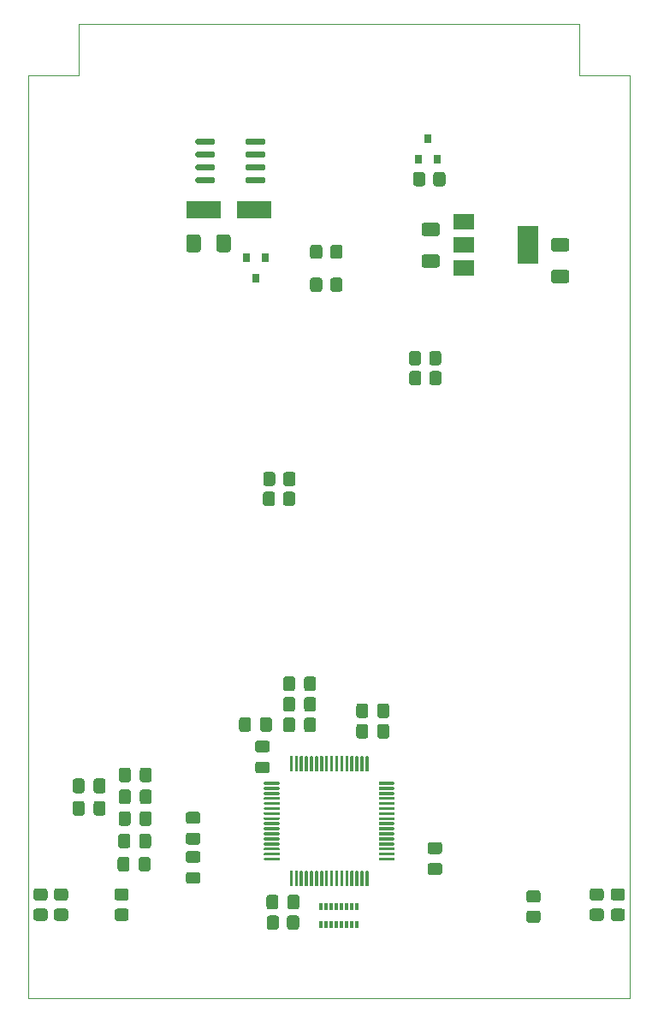
<source format=gbr>
%TF.GenerationSoftware,KiCad,Pcbnew,(5.1.7)-1*%
%TF.CreationDate,2021-10-21T20:17:54-07:00*%
%TF.ProjectId,Digital Board Rev 2,44696769-7461-46c2-9042-6f6172642052,rev?*%
%TF.SameCoordinates,Original*%
%TF.FileFunction,Paste,Bot*%
%TF.FilePolarity,Positive*%
%FSLAX46Y46*%
G04 Gerber Fmt 4.6, Leading zero omitted, Abs format (unit mm)*
G04 Created by KiCad (PCBNEW (5.1.7)-1) date 2021-10-21 20:17:54*
%MOMM*%
%LPD*%
G01*
G04 APERTURE LIST*
%TA.AperFunction,Profile*%
%ADD10C,0.050000*%
%TD*%
%ADD11R,0.300000X0.800000*%
%ADD12R,3.500000X1.800000*%
%ADD13R,2.000000X1.500000*%
%ADD14R,2.000000X3.800000*%
%ADD15R,0.800000X0.900000*%
G04 APERTURE END LIST*
D10*
X177750000Y-40750000D02*
X182750000Y-40750000D01*
X177750000Y-35750000D02*
X177750000Y-40750000D01*
X128250000Y-40750000D02*
X128250000Y-35750000D01*
X123250000Y-40750000D02*
X128250000Y-40750000D01*
X182750000Y-40750000D02*
X182750000Y-132080000D01*
X128250000Y-35750000D02*
X177750000Y-35750000D01*
X123250000Y-132080000D02*
X123250000Y-40750000D01*
X182750000Y-132080000D02*
X123250000Y-132080000D01*
%TO.C,F1*%
G36*
G01*
X141872000Y-58029000D02*
X141872000Y-56779000D01*
G75*
G02*
X142122000Y-56529000I250000J0D01*
G01*
X143047000Y-56529000D01*
G75*
G02*
X143297000Y-56779000I0J-250000D01*
G01*
X143297000Y-58029000D01*
G75*
G02*
X143047000Y-58279000I-250000J0D01*
G01*
X142122000Y-58279000D01*
G75*
G02*
X141872000Y-58029000I0J250000D01*
G01*
G37*
G36*
G01*
X138897000Y-58029000D02*
X138897000Y-56779000D01*
G75*
G02*
X139147000Y-56529000I250000J0D01*
G01*
X140072000Y-56529000D01*
G75*
G02*
X140322000Y-56779000I0J-250000D01*
G01*
X140322000Y-58029000D01*
G75*
G02*
X140072000Y-58279000I-250000J0D01*
G01*
X139147000Y-58279000D01*
G75*
G02*
X138897000Y-58029000I0J250000D01*
G01*
G37*
%TD*%
%TO.C,C17*%
G36*
G01*
X133386500Y-113825000D02*
X133386500Y-114775000D01*
G75*
G02*
X133136500Y-115025000I-250000J0D01*
G01*
X132461500Y-115025000D01*
G75*
G02*
X132211500Y-114775000I0J250000D01*
G01*
X132211500Y-113825000D01*
G75*
G02*
X132461500Y-113575000I250000J0D01*
G01*
X133136500Y-113575000D01*
G75*
G02*
X133386500Y-113825000I0J-250000D01*
G01*
G37*
G36*
G01*
X135461500Y-113825000D02*
X135461500Y-114775000D01*
G75*
G02*
X135211500Y-115025000I-250000J0D01*
G01*
X134536500Y-115025000D01*
G75*
G02*
X134286500Y-114775000I0J250000D01*
G01*
X134286500Y-113825000D01*
G75*
G02*
X134536500Y-113575000I250000J0D01*
G01*
X135211500Y-113575000D01*
G75*
G02*
X135461500Y-113825000I0J-250000D01*
G01*
G37*
%TD*%
D11*
%TO.C,RN1*%
X155237500Y-124788500D03*
X154237500Y-124788500D03*
X154737500Y-124788500D03*
X153737500Y-124788500D03*
X153237500Y-124788500D03*
X152737500Y-124788500D03*
X155237500Y-122988500D03*
X154737500Y-122988500D03*
X154237500Y-122988500D03*
X153737500Y-122988500D03*
X153237500Y-122988500D03*
X152737500Y-122988500D03*
X155737500Y-124788500D03*
X155737500Y-122988500D03*
X152237500Y-124788500D03*
X152237500Y-122988500D03*
%TD*%
%TO.C,C1*%
G36*
G01*
X156903000Y-103157000D02*
X156903000Y-104107000D01*
G75*
G02*
X156653000Y-104357000I-250000J0D01*
G01*
X155978000Y-104357000D01*
G75*
G02*
X155728000Y-104107000I0J250000D01*
G01*
X155728000Y-103157000D01*
G75*
G02*
X155978000Y-102907000I250000J0D01*
G01*
X156653000Y-102907000D01*
G75*
G02*
X156903000Y-103157000I0J-250000D01*
G01*
G37*
G36*
G01*
X158978000Y-103157000D02*
X158978000Y-104107000D01*
G75*
G02*
X158728000Y-104357000I-250000J0D01*
G01*
X158053000Y-104357000D01*
G75*
G02*
X157803000Y-104107000I0J250000D01*
G01*
X157803000Y-103157000D01*
G75*
G02*
X158053000Y-102907000I250000J0D01*
G01*
X158728000Y-102907000D01*
G75*
G02*
X158978000Y-103157000I0J-250000D01*
G01*
G37*
%TD*%
D12*
%TO.C,D6*%
X145629000Y-54102000D03*
X140629000Y-54102000D03*
%TD*%
%TO.C,R11*%
G36*
G01*
X172799999Y-123400000D02*
X173700001Y-123400000D01*
G75*
G02*
X173950000Y-123649999I0J-249999D01*
G01*
X173950000Y-124350001D01*
G75*
G02*
X173700001Y-124600000I-249999J0D01*
G01*
X172799999Y-124600000D01*
G75*
G02*
X172550000Y-124350001I0J249999D01*
G01*
X172550000Y-123649999D01*
G75*
G02*
X172799999Y-123400000I249999J0D01*
G01*
G37*
G36*
G01*
X172799999Y-121400000D02*
X173700001Y-121400000D01*
G75*
G02*
X173950000Y-121649999I0J-249999D01*
G01*
X173950000Y-122350001D01*
G75*
G02*
X173700001Y-122600000I-249999J0D01*
G01*
X172799999Y-122600000D01*
G75*
G02*
X172550000Y-122350001I0J249999D01*
G01*
X172550000Y-121649999D01*
G75*
G02*
X172799999Y-121400000I249999J0D01*
G01*
G37*
%TD*%
%TO.C,R10*%
G36*
G01*
X132049999Y-123209000D02*
X132950001Y-123209000D01*
G75*
G02*
X133200000Y-123458999I0J-249999D01*
G01*
X133200000Y-124159001D01*
G75*
G02*
X132950001Y-124409000I-249999J0D01*
G01*
X132049999Y-124409000D01*
G75*
G02*
X131800000Y-124159001I0J249999D01*
G01*
X131800000Y-123458999D01*
G75*
G02*
X132049999Y-123209000I249999J0D01*
G01*
G37*
G36*
G01*
X132049999Y-121209000D02*
X132950001Y-121209000D01*
G75*
G02*
X133200000Y-121458999I0J-249999D01*
G01*
X133200000Y-122159001D01*
G75*
G02*
X132950001Y-122409000I-249999J0D01*
G01*
X132049999Y-122409000D01*
G75*
G02*
X131800000Y-122159001I0J249999D01*
G01*
X131800000Y-121458999D01*
G75*
G02*
X132049999Y-121209000I249999J0D01*
G01*
G37*
%TD*%
%TO.C,C20*%
G36*
G01*
X128836000Y-112809000D02*
X128836000Y-113759000D01*
G75*
G02*
X128586000Y-114009000I-250000J0D01*
G01*
X127911000Y-114009000D01*
G75*
G02*
X127661000Y-113759000I0J250000D01*
G01*
X127661000Y-112809000D01*
G75*
G02*
X127911000Y-112559000I250000J0D01*
G01*
X128586000Y-112559000D01*
G75*
G02*
X128836000Y-112809000I0J-250000D01*
G01*
G37*
G36*
G01*
X130911000Y-112809000D02*
X130911000Y-113759000D01*
G75*
G02*
X130661000Y-114009000I-250000J0D01*
G01*
X129986000Y-114009000D01*
G75*
G02*
X129736000Y-113759000I0J250000D01*
G01*
X129736000Y-112809000D01*
G75*
G02*
X129986000Y-112559000I250000J0D01*
G01*
X130661000Y-112559000D01*
G75*
G02*
X130911000Y-112809000I0J-250000D01*
G01*
G37*
%TD*%
%TO.C,C16*%
G36*
G01*
X133344500Y-116047500D02*
X133344500Y-116997500D01*
G75*
G02*
X133094500Y-117247500I-250000J0D01*
G01*
X132419500Y-117247500D01*
G75*
G02*
X132169500Y-116997500I0J250000D01*
G01*
X132169500Y-116047500D01*
G75*
G02*
X132419500Y-115797500I250000J0D01*
G01*
X133094500Y-115797500D01*
G75*
G02*
X133344500Y-116047500I0J-250000D01*
G01*
G37*
G36*
G01*
X135419500Y-116047500D02*
X135419500Y-116997500D01*
G75*
G02*
X135169500Y-117247500I-250000J0D01*
G01*
X134494500Y-117247500D01*
G75*
G02*
X134244500Y-116997500I0J250000D01*
G01*
X134244500Y-116047500D01*
G75*
G02*
X134494500Y-115797500I250000J0D01*
G01*
X135169500Y-115797500D01*
G75*
G02*
X135419500Y-116047500I0J-250000D01*
G01*
G37*
%TD*%
%TO.C,R3*%
G36*
G01*
X126049999Y-123209000D02*
X126950001Y-123209000D01*
G75*
G02*
X127200000Y-123458999I0J-249999D01*
G01*
X127200000Y-124159001D01*
G75*
G02*
X126950001Y-124409000I-249999J0D01*
G01*
X126049999Y-124409000D01*
G75*
G02*
X125800000Y-124159001I0J249999D01*
G01*
X125800000Y-123458999D01*
G75*
G02*
X126049999Y-123209000I249999J0D01*
G01*
G37*
G36*
G01*
X126049999Y-121209000D02*
X126950001Y-121209000D01*
G75*
G02*
X127200000Y-121458999I0J-249999D01*
G01*
X127200000Y-122159001D01*
G75*
G02*
X126950001Y-122409000I-249999J0D01*
G01*
X126049999Y-122409000D01*
G75*
G02*
X125800000Y-122159001I0J249999D01*
G01*
X125800000Y-121458999D01*
G75*
G02*
X126049999Y-121209000I249999J0D01*
G01*
G37*
%TD*%
%TO.C,R4*%
G36*
G01*
X181151999Y-123209000D02*
X182052001Y-123209000D01*
G75*
G02*
X182302000Y-123458999I0J-249999D01*
G01*
X182302000Y-124159001D01*
G75*
G02*
X182052001Y-124409000I-249999J0D01*
G01*
X181151999Y-124409000D01*
G75*
G02*
X180902000Y-124159001I0J249999D01*
G01*
X180902000Y-123458999D01*
G75*
G02*
X181151999Y-123209000I249999J0D01*
G01*
G37*
G36*
G01*
X181151999Y-121209000D02*
X182052001Y-121209000D01*
G75*
G02*
X182302000Y-121458999I0J-249999D01*
G01*
X182302000Y-122159001D01*
G75*
G02*
X182052001Y-122409000I-249999J0D01*
G01*
X181151999Y-122409000D01*
G75*
G02*
X180902000Y-122159001I0J249999D01*
G01*
X180902000Y-121458999D01*
G75*
G02*
X181151999Y-121209000I249999J0D01*
G01*
G37*
%TD*%
%TO.C,R6*%
G36*
G01*
X162930000Y-69216001D02*
X162930000Y-68315999D01*
G75*
G02*
X163179999Y-68066000I249999J0D01*
G01*
X163880001Y-68066000D01*
G75*
G02*
X164130000Y-68315999I0J-249999D01*
G01*
X164130000Y-69216001D01*
G75*
G02*
X163880001Y-69466000I-249999J0D01*
G01*
X163179999Y-69466000D01*
G75*
G02*
X162930000Y-69216001I0J249999D01*
G01*
G37*
G36*
G01*
X160930000Y-69216001D02*
X160930000Y-68315999D01*
G75*
G02*
X161179999Y-68066000I249999J0D01*
G01*
X161880001Y-68066000D01*
G75*
G02*
X162130000Y-68315999I0J-249999D01*
G01*
X162130000Y-69216001D01*
G75*
G02*
X161880001Y-69466000I-249999J0D01*
G01*
X161179999Y-69466000D01*
G75*
G02*
X160930000Y-69216001I0J249999D01*
G01*
G37*
%TD*%
%TO.C,R7*%
G36*
G01*
X162960000Y-71189001D02*
X162960000Y-70288999D01*
G75*
G02*
X163209999Y-70039000I249999J0D01*
G01*
X163910001Y-70039000D01*
G75*
G02*
X164160000Y-70288999I0J-249999D01*
G01*
X164160000Y-71189001D01*
G75*
G02*
X163910001Y-71439000I-249999J0D01*
G01*
X163209999Y-71439000D01*
G75*
G02*
X162960000Y-71189001I0J249999D01*
G01*
G37*
G36*
G01*
X160960000Y-71189001D02*
X160960000Y-70288999D01*
G75*
G02*
X161209999Y-70039000I249999J0D01*
G01*
X161910001Y-70039000D01*
G75*
G02*
X162160000Y-70288999I0J-249999D01*
G01*
X162160000Y-71189001D01*
G75*
G02*
X161910001Y-71439000I-249999J0D01*
G01*
X161209999Y-71439000D01*
G75*
G02*
X160960000Y-71189001I0J249999D01*
G01*
G37*
%TD*%
%TO.C,R2*%
G36*
G01*
X124017999Y-123209000D02*
X124918001Y-123209000D01*
G75*
G02*
X125168000Y-123458999I0J-249999D01*
G01*
X125168000Y-124159001D01*
G75*
G02*
X124918001Y-124409000I-249999J0D01*
G01*
X124017999Y-124409000D01*
G75*
G02*
X123768000Y-124159001I0J249999D01*
G01*
X123768000Y-123458999D01*
G75*
G02*
X124017999Y-123209000I249999J0D01*
G01*
G37*
G36*
G01*
X124017999Y-121209000D02*
X124918001Y-121209000D01*
G75*
G02*
X125168000Y-121458999I0J-249999D01*
G01*
X125168000Y-122159001D01*
G75*
G02*
X124918001Y-122409000I-249999J0D01*
G01*
X124017999Y-122409000D01*
G75*
G02*
X123768000Y-122159001I0J249999D01*
G01*
X123768000Y-121458999D01*
G75*
G02*
X124017999Y-121209000I249999J0D01*
G01*
G37*
%TD*%
%TO.C,R8*%
G36*
G01*
X148503000Y-81163001D02*
X148503000Y-80262999D01*
G75*
G02*
X148752999Y-80013000I249999J0D01*
G01*
X149453001Y-80013000D01*
G75*
G02*
X149703000Y-80262999I0J-249999D01*
G01*
X149703000Y-81163001D01*
G75*
G02*
X149453001Y-81413000I-249999J0D01*
G01*
X148752999Y-81413000D01*
G75*
G02*
X148503000Y-81163001I0J249999D01*
G01*
G37*
G36*
G01*
X146503000Y-81163001D02*
X146503000Y-80262999D01*
G75*
G02*
X146752999Y-80013000I249999J0D01*
G01*
X147453001Y-80013000D01*
G75*
G02*
X147703000Y-80262999I0J-249999D01*
G01*
X147703000Y-81163001D01*
G75*
G02*
X147453001Y-81413000I-249999J0D01*
G01*
X146752999Y-81413000D01*
G75*
G02*
X146503000Y-81163001I0J249999D01*
G01*
G37*
%TD*%
%TO.C,R9*%
G36*
G01*
X148482000Y-83127001D02*
X148482000Y-82226999D01*
G75*
G02*
X148731999Y-81977000I249999J0D01*
G01*
X149432001Y-81977000D01*
G75*
G02*
X149682000Y-82226999I0J-249999D01*
G01*
X149682000Y-83127001D01*
G75*
G02*
X149432001Y-83377000I-249999J0D01*
G01*
X148731999Y-83377000D01*
G75*
G02*
X148482000Y-83127001I0J249999D01*
G01*
G37*
G36*
G01*
X146482000Y-83127001D02*
X146482000Y-82226999D01*
G75*
G02*
X146731999Y-81977000I249999J0D01*
G01*
X147432001Y-81977000D01*
G75*
G02*
X147682000Y-82226999I0J-249999D01*
G01*
X147682000Y-83127001D01*
G75*
G02*
X147432001Y-83377000I-249999J0D01*
G01*
X146731999Y-83377000D01*
G75*
G02*
X146482000Y-83127001I0J249999D01*
G01*
G37*
%TD*%
%TO.C,R5*%
G36*
G01*
X179049999Y-123209000D02*
X179950001Y-123209000D01*
G75*
G02*
X180200000Y-123458999I0J-249999D01*
G01*
X180200000Y-124159001D01*
G75*
G02*
X179950001Y-124409000I-249999J0D01*
G01*
X179049999Y-124409000D01*
G75*
G02*
X178800000Y-124159001I0J249999D01*
G01*
X178800000Y-123458999D01*
G75*
G02*
X179049999Y-123209000I249999J0D01*
G01*
G37*
G36*
G01*
X179049999Y-121209000D02*
X179950001Y-121209000D01*
G75*
G02*
X180200000Y-121458999I0J-249999D01*
G01*
X180200000Y-122159001D01*
G75*
G02*
X179950001Y-122409000I-249999J0D01*
G01*
X179049999Y-122409000D01*
G75*
G02*
X178800000Y-122159001I0J249999D01*
G01*
X178800000Y-121458999D01*
G75*
G02*
X179049999Y-121209000I249999J0D01*
G01*
G37*
%TD*%
%TO.C,C26*%
G36*
G01*
X149664000Y-102522000D02*
X149664000Y-103472000D01*
G75*
G02*
X149414000Y-103722000I-250000J0D01*
G01*
X148739000Y-103722000D01*
G75*
G02*
X148489000Y-103472000I0J250000D01*
G01*
X148489000Y-102522000D01*
G75*
G02*
X148739000Y-102272000I250000J0D01*
G01*
X149414000Y-102272000D01*
G75*
G02*
X149664000Y-102522000I0J-250000D01*
G01*
G37*
G36*
G01*
X151739000Y-102522000D02*
X151739000Y-103472000D01*
G75*
G02*
X151489000Y-103722000I-250000J0D01*
G01*
X150814000Y-103722000D01*
G75*
G02*
X150564000Y-103472000I0J250000D01*
G01*
X150564000Y-102522000D01*
G75*
G02*
X150814000Y-102272000I250000J0D01*
G01*
X151489000Y-102272000D01*
G75*
G02*
X151739000Y-102522000I0J-250000D01*
G01*
G37*
%TD*%
%TO.C,U28*%
G36*
G01*
X141750000Y-47195000D02*
X141750000Y-47495000D01*
G75*
G02*
X141600000Y-47645000I-150000J0D01*
G01*
X139950000Y-47645000D01*
G75*
G02*
X139800000Y-47495000I0J150000D01*
G01*
X139800000Y-47195000D01*
G75*
G02*
X139950000Y-47045000I150000J0D01*
G01*
X141600000Y-47045000D01*
G75*
G02*
X141750000Y-47195000I0J-150000D01*
G01*
G37*
G36*
G01*
X141750000Y-48465000D02*
X141750000Y-48765000D01*
G75*
G02*
X141600000Y-48915000I-150000J0D01*
G01*
X139950000Y-48915000D01*
G75*
G02*
X139800000Y-48765000I0J150000D01*
G01*
X139800000Y-48465000D01*
G75*
G02*
X139950000Y-48315000I150000J0D01*
G01*
X141600000Y-48315000D01*
G75*
G02*
X141750000Y-48465000I0J-150000D01*
G01*
G37*
G36*
G01*
X141750000Y-49735000D02*
X141750000Y-50035000D01*
G75*
G02*
X141600000Y-50185000I-150000J0D01*
G01*
X139950000Y-50185000D01*
G75*
G02*
X139800000Y-50035000I0J150000D01*
G01*
X139800000Y-49735000D01*
G75*
G02*
X139950000Y-49585000I150000J0D01*
G01*
X141600000Y-49585000D01*
G75*
G02*
X141750000Y-49735000I0J-150000D01*
G01*
G37*
G36*
G01*
X141750000Y-51005000D02*
X141750000Y-51305000D01*
G75*
G02*
X141600000Y-51455000I-150000J0D01*
G01*
X139950000Y-51455000D01*
G75*
G02*
X139800000Y-51305000I0J150000D01*
G01*
X139800000Y-51005000D01*
G75*
G02*
X139950000Y-50855000I150000J0D01*
G01*
X141600000Y-50855000D01*
G75*
G02*
X141750000Y-51005000I0J-150000D01*
G01*
G37*
G36*
G01*
X146700000Y-51005000D02*
X146700000Y-51305000D01*
G75*
G02*
X146550000Y-51455000I-150000J0D01*
G01*
X144900000Y-51455000D01*
G75*
G02*
X144750000Y-51305000I0J150000D01*
G01*
X144750000Y-51005000D01*
G75*
G02*
X144900000Y-50855000I150000J0D01*
G01*
X146550000Y-50855000D01*
G75*
G02*
X146700000Y-51005000I0J-150000D01*
G01*
G37*
G36*
G01*
X146700000Y-49735000D02*
X146700000Y-50035000D01*
G75*
G02*
X146550000Y-50185000I-150000J0D01*
G01*
X144900000Y-50185000D01*
G75*
G02*
X144750000Y-50035000I0J150000D01*
G01*
X144750000Y-49735000D01*
G75*
G02*
X144900000Y-49585000I150000J0D01*
G01*
X146550000Y-49585000D01*
G75*
G02*
X146700000Y-49735000I0J-150000D01*
G01*
G37*
G36*
G01*
X146700000Y-48465000D02*
X146700000Y-48765000D01*
G75*
G02*
X146550000Y-48915000I-150000J0D01*
G01*
X144900000Y-48915000D01*
G75*
G02*
X144750000Y-48765000I0J150000D01*
G01*
X144750000Y-48465000D01*
G75*
G02*
X144900000Y-48315000I150000J0D01*
G01*
X146550000Y-48315000D01*
G75*
G02*
X146700000Y-48465000I0J-150000D01*
G01*
G37*
G36*
G01*
X146700000Y-47195000D02*
X146700000Y-47495000D01*
G75*
G02*
X146550000Y-47645000I-150000J0D01*
G01*
X144900000Y-47645000D01*
G75*
G02*
X144750000Y-47495000I0J150000D01*
G01*
X144750000Y-47195000D01*
G75*
G02*
X144900000Y-47045000I150000J0D01*
G01*
X146550000Y-47045000D01*
G75*
G02*
X146700000Y-47195000I0J-150000D01*
G01*
G37*
%TD*%
D13*
%TO.C,U27*%
X166395000Y-59831000D03*
X166395000Y-55231000D03*
X166395000Y-57531000D03*
D14*
X172695000Y-57531000D03*
%TD*%
%TO.C,U1*%
G36*
G01*
X149135000Y-120929000D02*
X149135000Y-119529000D01*
G75*
G02*
X149210000Y-119454000I75000J0D01*
G01*
X149360000Y-119454000D01*
G75*
G02*
X149435000Y-119529000I0J-75000D01*
G01*
X149435000Y-120929000D01*
G75*
G02*
X149360000Y-121004000I-75000J0D01*
G01*
X149210000Y-121004000D01*
G75*
G02*
X149135000Y-120929000I0J75000D01*
G01*
G37*
G36*
G01*
X149635000Y-120929000D02*
X149635000Y-119529000D01*
G75*
G02*
X149710000Y-119454000I75000J0D01*
G01*
X149860000Y-119454000D01*
G75*
G02*
X149935000Y-119529000I0J-75000D01*
G01*
X149935000Y-120929000D01*
G75*
G02*
X149860000Y-121004000I-75000J0D01*
G01*
X149710000Y-121004000D01*
G75*
G02*
X149635000Y-120929000I0J75000D01*
G01*
G37*
G36*
G01*
X150135000Y-120929000D02*
X150135000Y-119529000D01*
G75*
G02*
X150210000Y-119454000I75000J0D01*
G01*
X150360000Y-119454000D01*
G75*
G02*
X150435000Y-119529000I0J-75000D01*
G01*
X150435000Y-120929000D01*
G75*
G02*
X150360000Y-121004000I-75000J0D01*
G01*
X150210000Y-121004000D01*
G75*
G02*
X150135000Y-120929000I0J75000D01*
G01*
G37*
G36*
G01*
X150635000Y-120929000D02*
X150635000Y-119529000D01*
G75*
G02*
X150710000Y-119454000I75000J0D01*
G01*
X150860000Y-119454000D01*
G75*
G02*
X150935000Y-119529000I0J-75000D01*
G01*
X150935000Y-120929000D01*
G75*
G02*
X150860000Y-121004000I-75000J0D01*
G01*
X150710000Y-121004000D01*
G75*
G02*
X150635000Y-120929000I0J75000D01*
G01*
G37*
G36*
G01*
X151135000Y-120929000D02*
X151135000Y-119529000D01*
G75*
G02*
X151210000Y-119454000I75000J0D01*
G01*
X151360000Y-119454000D01*
G75*
G02*
X151435000Y-119529000I0J-75000D01*
G01*
X151435000Y-120929000D01*
G75*
G02*
X151360000Y-121004000I-75000J0D01*
G01*
X151210000Y-121004000D01*
G75*
G02*
X151135000Y-120929000I0J75000D01*
G01*
G37*
G36*
G01*
X151635000Y-120929000D02*
X151635000Y-119529000D01*
G75*
G02*
X151710000Y-119454000I75000J0D01*
G01*
X151860000Y-119454000D01*
G75*
G02*
X151935000Y-119529000I0J-75000D01*
G01*
X151935000Y-120929000D01*
G75*
G02*
X151860000Y-121004000I-75000J0D01*
G01*
X151710000Y-121004000D01*
G75*
G02*
X151635000Y-120929000I0J75000D01*
G01*
G37*
G36*
G01*
X152135000Y-120929000D02*
X152135000Y-119529000D01*
G75*
G02*
X152210000Y-119454000I75000J0D01*
G01*
X152360000Y-119454000D01*
G75*
G02*
X152435000Y-119529000I0J-75000D01*
G01*
X152435000Y-120929000D01*
G75*
G02*
X152360000Y-121004000I-75000J0D01*
G01*
X152210000Y-121004000D01*
G75*
G02*
X152135000Y-120929000I0J75000D01*
G01*
G37*
G36*
G01*
X152635000Y-120929000D02*
X152635000Y-119529000D01*
G75*
G02*
X152710000Y-119454000I75000J0D01*
G01*
X152860000Y-119454000D01*
G75*
G02*
X152935000Y-119529000I0J-75000D01*
G01*
X152935000Y-120929000D01*
G75*
G02*
X152860000Y-121004000I-75000J0D01*
G01*
X152710000Y-121004000D01*
G75*
G02*
X152635000Y-120929000I0J75000D01*
G01*
G37*
G36*
G01*
X153135000Y-120929000D02*
X153135000Y-119529000D01*
G75*
G02*
X153210000Y-119454000I75000J0D01*
G01*
X153360000Y-119454000D01*
G75*
G02*
X153435000Y-119529000I0J-75000D01*
G01*
X153435000Y-120929000D01*
G75*
G02*
X153360000Y-121004000I-75000J0D01*
G01*
X153210000Y-121004000D01*
G75*
G02*
X153135000Y-120929000I0J75000D01*
G01*
G37*
G36*
G01*
X153635000Y-120929000D02*
X153635000Y-119529000D01*
G75*
G02*
X153710000Y-119454000I75000J0D01*
G01*
X153860000Y-119454000D01*
G75*
G02*
X153935000Y-119529000I0J-75000D01*
G01*
X153935000Y-120929000D01*
G75*
G02*
X153860000Y-121004000I-75000J0D01*
G01*
X153710000Y-121004000D01*
G75*
G02*
X153635000Y-120929000I0J75000D01*
G01*
G37*
G36*
G01*
X154135000Y-120929000D02*
X154135000Y-119529000D01*
G75*
G02*
X154210000Y-119454000I75000J0D01*
G01*
X154360000Y-119454000D01*
G75*
G02*
X154435000Y-119529000I0J-75000D01*
G01*
X154435000Y-120929000D01*
G75*
G02*
X154360000Y-121004000I-75000J0D01*
G01*
X154210000Y-121004000D01*
G75*
G02*
X154135000Y-120929000I0J75000D01*
G01*
G37*
G36*
G01*
X154635000Y-120929000D02*
X154635000Y-119529000D01*
G75*
G02*
X154710000Y-119454000I75000J0D01*
G01*
X154860000Y-119454000D01*
G75*
G02*
X154935000Y-119529000I0J-75000D01*
G01*
X154935000Y-120929000D01*
G75*
G02*
X154860000Y-121004000I-75000J0D01*
G01*
X154710000Y-121004000D01*
G75*
G02*
X154635000Y-120929000I0J75000D01*
G01*
G37*
G36*
G01*
X155135000Y-120929000D02*
X155135000Y-119529000D01*
G75*
G02*
X155210000Y-119454000I75000J0D01*
G01*
X155360000Y-119454000D01*
G75*
G02*
X155435000Y-119529000I0J-75000D01*
G01*
X155435000Y-120929000D01*
G75*
G02*
X155360000Y-121004000I-75000J0D01*
G01*
X155210000Y-121004000D01*
G75*
G02*
X155135000Y-120929000I0J75000D01*
G01*
G37*
G36*
G01*
X155635000Y-120929000D02*
X155635000Y-119529000D01*
G75*
G02*
X155710000Y-119454000I75000J0D01*
G01*
X155860000Y-119454000D01*
G75*
G02*
X155935000Y-119529000I0J-75000D01*
G01*
X155935000Y-120929000D01*
G75*
G02*
X155860000Y-121004000I-75000J0D01*
G01*
X155710000Y-121004000D01*
G75*
G02*
X155635000Y-120929000I0J75000D01*
G01*
G37*
G36*
G01*
X156135000Y-120929000D02*
X156135000Y-119529000D01*
G75*
G02*
X156210000Y-119454000I75000J0D01*
G01*
X156360000Y-119454000D01*
G75*
G02*
X156435000Y-119529000I0J-75000D01*
G01*
X156435000Y-120929000D01*
G75*
G02*
X156360000Y-121004000I-75000J0D01*
G01*
X156210000Y-121004000D01*
G75*
G02*
X156135000Y-120929000I0J75000D01*
G01*
G37*
G36*
G01*
X156635000Y-120929000D02*
X156635000Y-119529000D01*
G75*
G02*
X156710000Y-119454000I75000J0D01*
G01*
X156860000Y-119454000D01*
G75*
G02*
X156935000Y-119529000I0J-75000D01*
G01*
X156935000Y-120929000D01*
G75*
G02*
X156860000Y-121004000I-75000J0D01*
G01*
X156710000Y-121004000D01*
G75*
G02*
X156635000Y-120929000I0J75000D01*
G01*
G37*
G36*
G01*
X157935000Y-118379000D02*
X157935000Y-118229000D01*
G75*
G02*
X158010000Y-118154000I75000J0D01*
G01*
X159410000Y-118154000D01*
G75*
G02*
X159485000Y-118229000I0J-75000D01*
G01*
X159485000Y-118379000D01*
G75*
G02*
X159410000Y-118454000I-75000J0D01*
G01*
X158010000Y-118454000D01*
G75*
G02*
X157935000Y-118379000I0J75000D01*
G01*
G37*
G36*
G01*
X157935000Y-117879000D02*
X157935000Y-117729000D01*
G75*
G02*
X158010000Y-117654000I75000J0D01*
G01*
X159410000Y-117654000D01*
G75*
G02*
X159485000Y-117729000I0J-75000D01*
G01*
X159485000Y-117879000D01*
G75*
G02*
X159410000Y-117954000I-75000J0D01*
G01*
X158010000Y-117954000D01*
G75*
G02*
X157935000Y-117879000I0J75000D01*
G01*
G37*
G36*
G01*
X157935000Y-117379000D02*
X157935000Y-117229000D01*
G75*
G02*
X158010000Y-117154000I75000J0D01*
G01*
X159410000Y-117154000D01*
G75*
G02*
X159485000Y-117229000I0J-75000D01*
G01*
X159485000Y-117379000D01*
G75*
G02*
X159410000Y-117454000I-75000J0D01*
G01*
X158010000Y-117454000D01*
G75*
G02*
X157935000Y-117379000I0J75000D01*
G01*
G37*
G36*
G01*
X157935000Y-116879000D02*
X157935000Y-116729000D01*
G75*
G02*
X158010000Y-116654000I75000J0D01*
G01*
X159410000Y-116654000D01*
G75*
G02*
X159485000Y-116729000I0J-75000D01*
G01*
X159485000Y-116879000D01*
G75*
G02*
X159410000Y-116954000I-75000J0D01*
G01*
X158010000Y-116954000D01*
G75*
G02*
X157935000Y-116879000I0J75000D01*
G01*
G37*
G36*
G01*
X157935000Y-116379000D02*
X157935000Y-116229000D01*
G75*
G02*
X158010000Y-116154000I75000J0D01*
G01*
X159410000Y-116154000D01*
G75*
G02*
X159485000Y-116229000I0J-75000D01*
G01*
X159485000Y-116379000D01*
G75*
G02*
X159410000Y-116454000I-75000J0D01*
G01*
X158010000Y-116454000D01*
G75*
G02*
X157935000Y-116379000I0J75000D01*
G01*
G37*
G36*
G01*
X157935000Y-115879000D02*
X157935000Y-115729000D01*
G75*
G02*
X158010000Y-115654000I75000J0D01*
G01*
X159410000Y-115654000D01*
G75*
G02*
X159485000Y-115729000I0J-75000D01*
G01*
X159485000Y-115879000D01*
G75*
G02*
X159410000Y-115954000I-75000J0D01*
G01*
X158010000Y-115954000D01*
G75*
G02*
X157935000Y-115879000I0J75000D01*
G01*
G37*
G36*
G01*
X157935000Y-115379000D02*
X157935000Y-115229000D01*
G75*
G02*
X158010000Y-115154000I75000J0D01*
G01*
X159410000Y-115154000D01*
G75*
G02*
X159485000Y-115229000I0J-75000D01*
G01*
X159485000Y-115379000D01*
G75*
G02*
X159410000Y-115454000I-75000J0D01*
G01*
X158010000Y-115454000D01*
G75*
G02*
X157935000Y-115379000I0J75000D01*
G01*
G37*
G36*
G01*
X157935000Y-114879000D02*
X157935000Y-114729000D01*
G75*
G02*
X158010000Y-114654000I75000J0D01*
G01*
X159410000Y-114654000D01*
G75*
G02*
X159485000Y-114729000I0J-75000D01*
G01*
X159485000Y-114879000D01*
G75*
G02*
X159410000Y-114954000I-75000J0D01*
G01*
X158010000Y-114954000D01*
G75*
G02*
X157935000Y-114879000I0J75000D01*
G01*
G37*
G36*
G01*
X157935000Y-114379000D02*
X157935000Y-114229000D01*
G75*
G02*
X158010000Y-114154000I75000J0D01*
G01*
X159410000Y-114154000D01*
G75*
G02*
X159485000Y-114229000I0J-75000D01*
G01*
X159485000Y-114379000D01*
G75*
G02*
X159410000Y-114454000I-75000J0D01*
G01*
X158010000Y-114454000D01*
G75*
G02*
X157935000Y-114379000I0J75000D01*
G01*
G37*
G36*
G01*
X157935000Y-113879000D02*
X157935000Y-113729000D01*
G75*
G02*
X158010000Y-113654000I75000J0D01*
G01*
X159410000Y-113654000D01*
G75*
G02*
X159485000Y-113729000I0J-75000D01*
G01*
X159485000Y-113879000D01*
G75*
G02*
X159410000Y-113954000I-75000J0D01*
G01*
X158010000Y-113954000D01*
G75*
G02*
X157935000Y-113879000I0J75000D01*
G01*
G37*
G36*
G01*
X157935000Y-113379000D02*
X157935000Y-113229000D01*
G75*
G02*
X158010000Y-113154000I75000J0D01*
G01*
X159410000Y-113154000D01*
G75*
G02*
X159485000Y-113229000I0J-75000D01*
G01*
X159485000Y-113379000D01*
G75*
G02*
X159410000Y-113454000I-75000J0D01*
G01*
X158010000Y-113454000D01*
G75*
G02*
X157935000Y-113379000I0J75000D01*
G01*
G37*
G36*
G01*
X157935000Y-112879000D02*
X157935000Y-112729000D01*
G75*
G02*
X158010000Y-112654000I75000J0D01*
G01*
X159410000Y-112654000D01*
G75*
G02*
X159485000Y-112729000I0J-75000D01*
G01*
X159485000Y-112879000D01*
G75*
G02*
X159410000Y-112954000I-75000J0D01*
G01*
X158010000Y-112954000D01*
G75*
G02*
X157935000Y-112879000I0J75000D01*
G01*
G37*
G36*
G01*
X157935000Y-112379000D02*
X157935000Y-112229000D01*
G75*
G02*
X158010000Y-112154000I75000J0D01*
G01*
X159410000Y-112154000D01*
G75*
G02*
X159485000Y-112229000I0J-75000D01*
G01*
X159485000Y-112379000D01*
G75*
G02*
X159410000Y-112454000I-75000J0D01*
G01*
X158010000Y-112454000D01*
G75*
G02*
X157935000Y-112379000I0J75000D01*
G01*
G37*
G36*
G01*
X157935000Y-111879000D02*
X157935000Y-111729000D01*
G75*
G02*
X158010000Y-111654000I75000J0D01*
G01*
X159410000Y-111654000D01*
G75*
G02*
X159485000Y-111729000I0J-75000D01*
G01*
X159485000Y-111879000D01*
G75*
G02*
X159410000Y-111954000I-75000J0D01*
G01*
X158010000Y-111954000D01*
G75*
G02*
X157935000Y-111879000I0J75000D01*
G01*
G37*
G36*
G01*
X157935000Y-111379000D02*
X157935000Y-111229000D01*
G75*
G02*
X158010000Y-111154000I75000J0D01*
G01*
X159410000Y-111154000D01*
G75*
G02*
X159485000Y-111229000I0J-75000D01*
G01*
X159485000Y-111379000D01*
G75*
G02*
X159410000Y-111454000I-75000J0D01*
G01*
X158010000Y-111454000D01*
G75*
G02*
X157935000Y-111379000I0J75000D01*
G01*
G37*
G36*
G01*
X157935000Y-110879000D02*
X157935000Y-110729000D01*
G75*
G02*
X158010000Y-110654000I75000J0D01*
G01*
X159410000Y-110654000D01*
G75*
G02*
X159485000Y-110729000I0J-75000D01*
G01*
X159485000Y-110879000D01*
G75*
G02*
X159410000Y-110954000I-75000J0D01*
G01*
X158010000Y-110954000D01*
G75*
G02*
X157935000Y-110879000I0J75000D01*
G01*
G37*
G36*
G01*
X156635000Y-109579000D02*
X156635000Y-108179000D01*
G75*
G02*
X156710000Y-108104000I75000J0D01*
G01*
X156860000Y-108104000D01*
G75*
G02*
X156935000Y-108179000I0J-75000D01*
G01*
X156935000Y-109579000D01*
G75*
G02*
X156860000Y-109654000I-75000J0D01*
G01*
X156710000Y-109654000D01*
G75*
G02*
X156635000Y-109579000I0J75000D01*
G01*
G37*
G36*
G01*
X156135000Y-109579000D02*
X156135000Y-108179000D01*
G75*
G02*
X156210000Y-108104000I75000J0D01*
G01*
X156360000Y-108104000D01*
G75*
G02*
X156435000Y-108179000I0J-75000D01*
G01*
X156435000Y-109579000D01*
G75*
G02*
X156360000Y-109654000I-75000J0D01*
G01*
X156210000Y-109654000D01*
G75*
G02*
X156135000Y-109579000I0J75000D01*
G01*
G37*
G36*
G01*
X155635000Y-109579000D02*
X155635000Y-108179000D01*
G75*
G02*
X155710000Y-108104000I75000J0D01*
G01*
X155860000Y-108104000D01*
G75*
G02*
X155935000Y-108179000I0J-75000D01*
G01*
X155935000Y-109579000D01*
G75*
G02*
X155860000Y-109654000I-75000J0D01*
G01*
X155710000Y-109654000D01*
G75*
G02*
X155635000Y-109579000I0J75000D01*
G01*
G37*
G36*
G01*
X155135000Y-109579000D02*
X155135000Y-108179000D01*
G75*
G02*
X155210000Y-108104000I75000J0D01*
G01*
X155360000Y-108104000D01*
G75*
G02*
X155435000Y-108179000I0J-75000D01*
G01*
X155435000Y-109579000D01*
G75*
G02*
X155360000Y-109654000I-75000J0D01*
G01*
X155210000Y-109654000D01*
G75*
G02*
X155135000Y-109579000I0J75000D01*
G01*
G37*
G36*
G01*
X154635000Y-109579000D02*
X154635000Y-108179000D01*
G75*
G02*
X154710000Y-108104000I75000J0D01*
G01*
X154860000Y-108104000D01*
G75*
G02*
X154935000Y-108179000I0J-75000D01*
G01*
X154935000Y-109579000D01*
G75*
G02*
X154860000Y-109654000I-75000J0D01*
G01*
X154710000Y-109654000D01*
G75*
G02*
X154635000Y-109579000I0J75000D01*
G01*
G37*
G36*
G01*
X154135000Y-109579000D02*
X154135000Y-108179000D01*
G75*
G02*
X154210000Y-108104000I75000J0D01*
G01*
X154360000Y-108104000D01*
G75*
G02*
X154435000Y-108179000I0J-75000D01*
G01*
X154435000Y-109579000D01*
G75*
G02*
X154360000Y-109654000I-75000J0D01*
G01*
X154210000Y-109654000D01*
G75*
G02*
X154135000Y-109579000I0J75000D01*
G01*
G37*
G36*
G01*
X153635000Y-109579000D02*
X153635000Y-108179000D01*
G75*
G02*
X153710000Y-108104000I75000J0D01*
G01*
X153860000Y-108104000D01*
G75*
G02*
X153935000Y-108179000I0J-75000D01*
G01*
X153935000Y-109579000D01*
G75*
G02*
X153860000Y-109654000I-75000J0D01*
G01*
X153710000Y-109654000D01*
G75*
G02*
X153635000Y-109579000I0J75000D01*
G01*
G37*
G36*
G01*
X153135000Y-109579000D02*
X153135000Y-108179000D01*
G75*
G02*
X153210000Y-108104000I75000J0D01*
G01*
X153360000Y-108104000D01*
G75*
G02*
X153435000Y-108179000I0J-75000D01*
G01*
X153435000Y-109579000D01*
G75*
G02*
X153360000Y-109654000I-75000J0D01*
G01*
X153210000Y-109654000D01*
G75*
G02*
X153135000Y-109579000I0J75000D01*
G01*
G37*
G36*
G01*
X152635000Y-109579000D02*
X152635000Y-108179000D01*
G75*
G02*
X152710000Y-108104000I75000J0D01*
G01*
X152860000Y-108104000D01*
G75*
G02*
X152935000Y-108179000I0J-75000D01*
G01*
X152935000Y-109579000D01*
G75*
G02*
X152860000Y-109654000I-75000J0D01*
G01*
X152710000Y-109654000D01*
G75*
G02*
X152635000Y-109579000I0J75000D01*
G01*
G37*
G36*
G01*
X152135000Y-109579000D02*
X152135000Y-108179000D01*
G75*
G02*
X152210000Y-108104000I75000J0D01*
G01*
X152360000Y-108104000D01*
G75*
G02*
X152435000Y-108179000I0J-75000D01*
G01*
X152435000Y-109579000D01*
G75*
G02*
X152360000Y-109654000I-75000J0D01*
G01*
X152210000Y-109654000D01*
G75*
G02*
X152135000Y-109579000I0J75000D01*
G01*
G37*
G36*
G01*
X151635000Y-109579000D02*
X151635000Y-108179000D01*
G75*
G02*
X151710000Y-108104000I75000J0D01*
G01*
X151860000Y-108104000D01*
G75*
G02*
X151935000Y-108179000I0J-75000D01*
G01*
X151935000Y-109579000D01*
G75*
G02*
X151860000Y-109654000I-75000J0D01*
G01*
X151710000Y-109654000D01*
G75*
G02*
X151635000Y-109579000I0J75000D01*
G01*
G37*
G36*
G01*
X151135000Y-109579000D02*
X151135000Y-108179000D01*
G75*
G02*
X151210000Y-108104000I75000J0D01*
G01*
X151360000Y-108104000D01*
G75*
G02*
X151435000Y-108179000I0J-75000D01*
G01*
X151435000Y-109579000D01*
G75*
G02*
X151360000Y-109654000I-75000J0D01*
G01*
X151210000Y-109654000D01*
G75*
G02*
X151135000Y-109579000I0J75000D01*
G01*
G37*
G36*
G01*
X150635000Y-109579000D02*
X150635000Y-108179000D01*
G75*
G02*
X150710000Y-108104000I75000J0D01*
G01*
X150860000Y-108104000D01*
G75*
G02*
X150935000Y-108179000I0J-75000D01*
G01*
X150935000Y-109579000D01*
G75*
G02*
X150860000Y-109654000I-75000J0D01*
G01*
X150710000Y-109654000D01*
G75*
G02*
X150635000Y-109579000I0J75000D01*
G01*
G37*
G36*
G01*
X150135000Y-109579000D02*
X150135000Y-108179000D01*
G75*
G02*
X150210000Y-108104000I75000J0D01*
G01*
X150360000Y-108104000D01*
G75*
G02*
X150435000Y-108179000I0J-75000D01*
G01*
X150435000Y-109579000D01*
G75*
G02*
X150360000Y-109654000I-75000J0D01*
G01*
X150210000Y-109654000D01*
G75*
G02*
X150135000Y-109579000I0J75000D01*
G01*
G37*
G36*
G01*
X149635000Y-109579000D02*
X149635000Y-108179000D01*
G75*
G02*
X149710000Y-108104000I75000J0D01*
G01*
X149860000Y-108104000D01*
G75*
G02*
X149935000Y-108179000I0J-75000D01*
G01*
X149935000Y-109579000D01*
G75*
G02*
X149860000Y-109654000I-75000J0D01*
G01*
X149710000Y-109654000D01*
G75*
G02*
X149635000Y-109579000I0J75000D01*
G01*
G37*
G36*
G01*
X149135000Y-109579000D02*
X149135000Y-108179000D01*
G75*
G02*
X149210000Y-108104000I75000J0D01*
G01*
X149360000Y-108104000D01*
G75*
G02*
X149435000Y-108179000I0J-75000D01*
G01*
X149435000Y-109579000D01*
G75*
G02*
X149360000Y-109654000I-75000J0D01*
G01*
X149210000Y-109654000D01*
G75*
G02*
X149135000Y-109579000I0J75000D01*
G01*
G37*
G36*
G01*
X146585000Y-110879000D02*
X146585000Y-110729000D01*
G75*
G02*
X146660000Y-110654000I75000J0D01*
G01*
X148060000Y-110654000D01*
G75*
G02*
X148135000Y-110729000I0J-75000D01*
G01*
X148135000Y-110879000D01*
G75*
G02*
X148060000Y-110954000I-75000J0D01*
G01*
X146660000Y-110954000D01*
G75*
G02*
X146585000Y-110879000I0J75000D01*
G01*
G37*
G36*
G01*
X146585000Y-111379000D02*
X146585000Y-111229000D01*
G75*
G02*
X146660000Y-111154000I75000J0D01*
G01*
X148060000Y-111154000D01*
G75*
G02*
X148135000Y-111229000I0J-75000D01*
G01*
X148135000Y-111379000D01*
G75*
G02*
X148060000Y-111454000I-75000J0D01*
G01*
X146660000Y-111454000D01*
G75*
G02*
X146585000Y-111379000I0J75000D01*
G01*
G37*
G36*
G01*
X146585000Y-111879000D02*
X146585000Y-111729000D01*
G75*
G02*
X146660000Y-111654000I75000J0D01*
G01*
X148060000Y-111654000D01*
G75*
G02*
X148135000Y-111729000I0J-75000D01*
G01*
X148135000Y-111879000D01*
G75*
G02*
X148060000Y-111954000I-75000J0D01*
G01*
X146660000Y-111954000D01*
G75*
G02*
X146585000Y-111879000I0J75000D01*
G01*
G37*
G36*
G01*
X146585000Y-112379000D02*
X146585000Y-112229000D01*
G75*
G02*
X146660000Y-112154000I75000J0D01*
G01*
X148060000Y-112154000D01*
G75*
G02*
X148135000Y-112229000I0J-75000D01*
G01*
X148135000Y-112379000D01*
G75*
G02*
X148060000Y-112454000I-75000J0D01*
G01*
X146660000Y-112454000D01*
G75*
G02*
X146585000Y-112379000I0J75000D01*
G01*
G37*
G36*
G01*
X146585000Y-112879000D02*
X146585000Y-112729000D01*
G75*
G02*
X146660000Y-112654000I75000J0D01*
G01*
X148060000Y-112654000D01*
G75*
G02*
X148135000Y-112729000I0J-75000D01*
G01*
X148135000Y-112879000D01*
G75*
G02*
X148060000Y-112954000I-75000J0D01*
G01*
X146660000Y-112954000D01*
G75*
G02*
X146585000Y-112879000I0J75000D01*
G01*
G37*
G36*
G01*
X146585000Y-113379000D02*
X146585000Y-113229000D01*
G75*
G02*
X146660000Y-113154000I75000J0D01*
G01*
X148060000Y-113154000D01*
G75*
G02*
X148135000Y-113229000I0J-75000D01*
G01*
X148135000Y-113379000D01*
G75*
G02*
X148060000Y-113454000I-75000J0D01*
G01*
X146660000Y-113454000D01*
G75*
G02*
X146585000Y-113379000I0J75000D01*
G01*
G37*
G36*
G01*
X146585000Y-113879000D02*
X146585000Y-113729000D01*
G75*
G02*
X146660000Y-113654000I75000J0D01*
G01*
X148060000Y-113654000D01*
G75*
G02*
X148135000Y-113729000I0J-75000D01*
G01*
X148135000Y-113879000D01*
G75*
G02*
X148060000Y-113954000I-75000J0D01*
G01*
X146660000Y-113954000D01*
G75*
G02*
X146585000Y-113879000I0J75000D01*
G01*
G37*
G36*
G01*
X146585000Y-114379000D02*
X146585000Y-114229000D01*
G75*
G02*
X146660000Y-114154000I75000J0D01*
G01*
X148060000Y-114154000D01*
G75*
G02*
X148135000Y-114229000I0J-75000D01*
G01*
X148135000Y-114379000D01*
G75*
G02*
X148060000Y-114454000I-75000J0D01*
G01*
X146660000Y-114454000D01*
G75*
G02*
X146585000Y-114379000I0J75000D01*
G01*
G37*
G36*
G01*
X146585000Y-114879000D02*
X146585000Y-114729000D01*
G75*
G02*
X146660000Y-114654000I75000J0D01*
G01*
X148060000Y-114654000D01*
G75*
G02*
X148135000Y-114729000I0J-75000D01*
G01*
X148135000Y-114879000D01*
G75*
G02*
X148060000Y-114954000I-75000J0D01*
G01*
X146660000Y-114954000D01*
G75*
G02*
X146585000Y-114879000I0J75000D01*
G01*
G37*
G36*
G01*
X146585000Y-115379000D02*
X146585000Y-115229000D01*
G75*
G02*
X146660000Y-115154000I75000J0D01*
G01*
X148060000Y-115154000D01*
G75*
G02*
X148135000Y-115229000I0J-75000D01*
G01*
X148135000Y-115379000D01*
G75*
G02*
X148060000Y-115454000I-75000J0D01*
G01*
X146660000Y-115454000D01*
G75*
G02*
X146585000Y-115379000I0J75000D01*
G01*
G37*
G36*
G01*
X146585000Y-115879000D02*
X146585000Y-115729000D01*
G75*
G02*
X146660000Y-115654000I75000J0D01*
G01*
X148060000Y-115654000D01*
G75*
G02*
X148135000Y-115729000I0J-75000D01*
G01*
X148135000Y-115879000D01*
G75*
G02*
X148060000Y-115954000I-75000J0D01*
G01*
X146660000Y-115954000D01*
G75*
G02*
X146585000Y-115879000I0J75000D01*
G01*
G37*
G36*
G01*
X146585000Y-116379000D02*
X146585000Y-116229000D01*
G75*
G02*
X146660000Y-116154000I75000J0D01*
G01*
X148060000Y-116154000D01*
G75*
G02*
X148135000Y-116229000I0J-75000D01*
G01*
X148135000Y-116379000D01*
G75*
G02*
X148060000Y-116454000I-75000J0D01*
G01*
X146660000Y-116454000D01*
G75*
G02*
X146585000Y-116379000I0J75000D01*
G01*
G37*
G36*
G01*
X146585000Y-116879000D02*
X146585000Y-116729000D01*
G75*
G02*
X146660000Y-116654000I75000J0D01*
G01*
X148060000Y-116654000D01*
G75*
G02*
X148135000Y-116729000I0J-75000D01*
G01*
X148135000Y-116879000D01*
G75*
G02*
X148060000Y-116954000I-75000J0D01*
G01*
X146660000Y-116954000D01*
G75*
G02*
X146585000Y-116879000I0J75000D01*
G01*
G37*
G36*
G01*
X146585000Y-117379000D02*
X146585000Y-117229000D01*
G75*
G02*
X146660000Y-117154000I75000J0D01*
G01*
X148060000Y-117154000D01*
G75*
G02*
X148135000Y-117229000I0J-75000D01*
G01*
X148135000Y-117379000D01*
G75*
G02*
X148060000Y-117454000I-75000J0D01*
G01*
X146660000Y-117454000D01*
G75*
G02*
X146585000Y-117379000I0J75000D01*
G01*
G37*
G36*
G01*
X146585000Y-117879000D02*
X146585000Y-117729000D01*
G75*
G02*
X146660000Y-117654000I75000J0D01*
G01*
X148060000Y-117654000D01*
G75*
G02*
X148135000Y-117729000I0J-75000D01*
G01*
X148135000Y-117879000D01*
G75*
G02*
X148060000Y-117954000I-75000J0D01*
G01*
X146660000Y-117954000D01*
G75*
G02*
X146585000Y-117879000I0J75000D01*
G01*
G37*
G36*
G01*
X146585000Y-118379000D02*
X146585000Y-118229000D01*
G75*
G02*
X146660000Y-118154000I75000J0D01*
G01*
X148060000Y-118154000D01*
G75*
G02*
X148135000Y-118229000I0J-75000D01*
G01*
X148135000Y-118379000D01*
G75*
G02*
X148060000Y-118454000I-75000J0D01*
G01*
X146660000Y-118454000D01*
G75*
G02*
X146585000Y-118379000I0J75000D01*
G01*
G37*
%TD*%
%TO.C,R54*%
G36*
G01*
X153150000Y-61950001D02*
X153150000Y-61049999D01*
G75*
G02*
X153399999Y-60800000I249999J0D01*
G01*
X154100001Y-60800000D01*
G75*
G02*
X154350000Y-61049999I0J-249999D01*
G01*
X154350000Y-61950001D01*
G75*
G02*
X154100001Y-62200000I-249999J0D01*
G01*
X153399999Y-62200000D01*
G75*
G02*
X153150000Y-61950001I0J249999D01*
G01*
G37*
G36*
G01*
X151150000Y-61950001D02*
X151150000Y-61049999D01*
G75*
G02*
X151399999Y-60800000I249999J0D01*
G01*
X152100001Y-60800000D01*
G75*
G02*
X152350000Y-61049999I0J-249999D01*
G01*
X152350000Y-61950001D01*
G75*
G02*
X152100001Y-62200000I-249999J0D01*
G01*
X151399999Y-62200000D01*
G75*
G02*
X151150000Y-61950001I0J249999D01*
G01*
G37*
%TD*%
%TO.C,R53*%
G36*
G01*
X153150000Y-58700001D02*
X153150000Y-57799999D01*
G75*
G02*
X153399999Y-57550000I249999J0D01*
G01*
X154100001Y-57550000D01*
G75*
G02*
X154350000Y-57799999I0J-249999D01*
G01*
X154350000Y-58700001D01*
G75*
G02*
X154100001Y-58950000I-249999J0D01*
G01*
X153399999Y-58950000D01*
G75*
G02*
X153150000Y-58700001I0J249999D01*
G01*
G37*
G36*
G01*
X151150000Y-58700001D02*
X151150000Y-57799999D01*
G75*
G02*
X151399999Y-57550000I249999J0D01*
G01*
X152100001Y-57550000D01*
G75*
G02*
X152350000Y-57799999I0J-249999D01*
G01*
X152350000Y-58700001D01*
G75*
G02*
X152100001Y-58950000I-249999J0D01*
G01*
X151399999Y-58950000D01*
G75*
G02*
X151150000Y-58700001I0J249999D01*
G01*
G37*
%TD*%
%TO.C,R50*%
G36*
G01*
X162541000Y-50603999D02*
X162541000Y-51504001D01*
G75*
G02*
X162291001Y-51754000I-249999J0D01*
G01*
X161590999Y-51754000D01*
G75*
G02*
X161341000Y-51504001I0J249999D01*
G01*
X161341000Y-50603999D01*
G75*
G02*
X161590999Y-50354000I249999J0D01*
G01*
X162291001Y-50354000D01*
G75*
G02*
X162541000Y-50603999I0J-249999D01*
G01*
G37*
G36*
G01*
X164541000Y-50603999D02*
X164541000Y-51504001D01*
G75*
G02*
X164291001Y-51754000I-249999J0D01*
G01*
X163590999Y-51754000D01*
G75*
G02*
X163341000Y-51504001I0J249999D01*
G01*
X163341000Y-50603999D01*
G75*
G02*
X163590999Y-50354000I249999J0D01*
G01*
X164291001Y-50354000D01*
G75*
G02*
X164541000Y-50603999I0J-249999D01*
G01*
G37*
%TD*%
%TO.C,R1*%
G36*
G01*
X148863000Y-125037001D02*
X148863000Y-124136999D01*
G75*
G02*
X149112999Y-123887000I249999J0D01*
G01*
X149813001Y-123887000D01*
G75*
G02*
X150063000Y-124136999I0J-249999D01*
G01*
X150063000Y-125037001D01*
G75*
G02*
X149813001Y-125287000I-249999J0D01*
G01*
X149112999Y-125287000D01*
G75*
G02*
X148863000Y-125037001I0J249999D01*
G01*
G37*
G36*
G01*
X146863000Y-125037001D02*
X146863000Y-124136999D01*
G75*
G02*
X147112999Y-123887000I249999J0D01*
G01*
X147813001Y-123887000D01*
G75*
G02*
X148063000Y-124136999I0J-249999D01*
G01*
X148063000Y-125037001D01*
G75*
G02*
X147813001Y-125287000I-249999J0D01*
G01*
X147112999Y-125287000D01*
G75*
G02*
X146863000Y-125037001I0J249999D01*
G01*
G37*
%TD*%
D15*
%TO.C,Q25*%
X162814000Y-47053500D03*
X161864000Y-49053500D03*
X163764000Y-49053500D03*
%TD*%
%TO.C,Q1*%
X145796000Y-60817000D03*
X146746000Y-58817000D03*
X144846000Y-58817000D03*
%TD*%
%TO.C,C22*%
G36*
G01*
X175244999Y-60018500D02*
X176545001Y-60018500D01*
G75*
G02*
X176795000Y-60268499I0J-249999D01*
G01*
X176795000Y-61093501D01*
G75*
G02*
X176545001Y-61343500I-249999J0D01*
G01*
X175244999Y-61343500D01*
G75*
G02*
X174995000Y-61093501I0J249999D01*
G01*
X174995000Y-60268499D01*
G75*
G02*
X175244999Y-60018500I249999J0D01*
G01*
G37*
G36*
G01*
X175244999Y-56893500D02*
X176545001Y-56893500D01*
G75*
G02*
X176795000Y-57143499I0J-249999D01*
G01*
X176795000Y-57968501D01*
G75*
G02*
X176545001Y-58218500I-249999J0D01*
G01*
X175244999Y-58218500D01*
G75*
G02*
X174995000Y-57968501I0J249999D01*
G01*
X174995000Y-57143499D01*
G75*
G02*
X175244999Y-56893500I249999J0D01*
G01*
G37*
%TD*%
%TO.C,C21*%
G36*
G01*
X162417999Y-58494500D02*
X163718001Y-58494500D01*
G75*
G02*
X163968000Y-58744499I0J-249999D01*
G01*
X163968000Y-59569501D01*
G75*
G02*
X163718001Y-59819500I-249999J0D01*
G01*
X162417999Y-59819500D01*
G75*
G02*
X162168000Y-59569501I0J249999D01*
G01*
X162168000Y-58744499D01*
G75*
G02*
X162417999Y-58494500I249999J0D01*
G01*
G37*
G36*
G01*
X162417999Y-55369500D02*
X163718001Y-55369500D01*
G75*
G02*
X163968000Y-55619499I0J-249999D01*
G01*
X163968000Y-56444501D01*
G75*
G02*
X163718001Y-56694500I-249999J0D01*
G01*
X162417999Y-56694500D01*
G75*
G02*
X162168000Y-56444501I0J249999D01*
G01*
X162168000Y-55619499D01*
G75*
G02*
X162417999Y-55369500I249999J0D01*
G01*
G37*
%TD*%
%TO.C,C15*%
G36*
G01*
X133281000Y-118333500D02*
X133281000Y-119283500D01*
G75*
G02*
X133031000Y-119533500I-250000J0D01*
G01*
X132356000Y-119533500D01*
G75*
G02*
X132106000Y-119283500I0J250000D01*
G01*
X132106000Y-118333500D01*
G75*
G02*
X132356000Y-118083500I250000J0D01*
G01*
X133031000Y-118083500D01*
G75*
G02*
X133281000Y-118333500I0J-250000D01*
G01*
G37*
G36*
G01*
X135356000Y-118333500D02*
X135356000Y-119283500D01*
G75*
G02*
X135106000Y-119533500I-250000J0D01*
G01*
X134431000Y-119533500D01*
G75*
G02*
X134181000Y-119283500I0J250000D01*
G01*
X134181000Y-118333500D01*
G75*
G02*
X134431000Y-118083500I250000J0D01*
G01*
X135106000Y-118083500D01*
G75*
G02*
X135356000Y-118333500I0J-250000D01*
G01*
G37*
%TD*%
%TO.C,C14*%
G36*
G01*
X150564000Y-101440000D02*
X150564000Y-100490000D01*
G75*
G02*
X150814000Y-100240000I250000J0D01*
G01*
X151489000Y-100240000D01*
G75*
G02*
X151739000Y-100490000I0J-250000D01*
G01*
X151739000Y-101440000D01*
G75*
G02*
X151489000Y-101690000I-250000J0D01*
G01*
X150814000Y-101690000D01*
G75*
G02*
X150564000Y-101440000I0J250000D01*
G01*
G37*
G36*
G01*
X148489000Y-101440000D02*
X148489000Y-100490000D01*
G75*
G02*
X148739000Y-100240000I250000J0D01*
G01*
X149414000Y-100240000D01*
G75*
G02*
X149664000Y-100490000I0J-250000D01*
G01*
X149664000Y-101440000D01*
G75*
G02*
X149414000Y-101690000I-250000J0D01*
G01*
X148739000Y-101690000D01*
G75*
G02*
X148489000Y-101440000I0J250000D01*
G01*
G37*
%TD*%
%TO.C,C13*%
G36*
G01*
X133408000Y-109507000D02*
X133408000Y-110457000D01*
G75*
G02*
X133158000Y-110707000I-250000J0D01*
G01*
X132483000Y-110707000D01*
G75*
G02*
X132233000Y-110457000I0J250000D01*
G01*
X132233000Y-109507000D01*
G75*
G02*
X132483000Y-109257000I250000J0D01*
G01*
X133158000Y-109257000D01*
G75*
G02*
X133408000Y-109507000I0J-250000D01*
G01*
G37*
G36*
G01*
X135483000Y-109507000D02*
X135483000Y-110457000D01*
G75*
G02*
X135233000Y-110707000I-250000J0D01*
G01*
X134558000Y-110707000D01*
G75*
G02*
X134308000Y-110457000I0J250000D01*
G01*
X134308000Y-109507000D01*
G75*
G02*
X134558000Y-109257000I250000J0D01*
G01*
X135233000Y-109257000D01*
G75*
G02*
X135483000Y-109507000I0J-250000D01*
G01*
G37*
%TD*%
%TO.C,C12*%
G36*
G01*
X128836000Y-110586500D02*
X128836000Y-111536500D01*
G75*
G02*
X128586000Y-111786500I-250000J0D01*
G01*
X127911000Y-111786500D01*
G75*
G02*
X127661000Y-111536500I0J250000D01*
G01*
X127661000Y-110586500D01*
G75*
G02*
X127911000Y-110336500I250000J0D01*
G01*
X128586000Y-110336500D01*
G75*
G02*
X128836000Y-110586500I0J-250000D01*
G01*
G37*
G36*
G01*
X130911000Y-110586500D02*
X130911000Y-111536500D01*
G75*
G02*
X130661000Y-111786500I-250000J0D01*
G01*
X129986000Y-111786500D01*
G75*
G02*
X129736000Y-111536500I0J250000D01*
G01*
X129736000Y-110586500D01*
G75*
G02*
X129986000Y-110336500I250000J0D01*
G01*
X130661000Y-110336500D01*
G75*
G02*
X130911000Y-110586500I0J-250000D01*
G01*
G37*
%TD*%
%TO.C,C11*%
G36*
G01*
X133408000Y-111666000D02*
X133408000Y-112616000D01*
G75*
G02*
X133158000Y-112866000I-250000J0D01*
G01*
X132483000Y-112866000D01*
G75*
G02*
X132233000Y-112616000I0J250000D01*
G01*
X132233000Y-111666000D01*
G75*
G02*
X132483000Y-111416000I250000J0D01*
G01*
X133158000Y-111416000D01*
G75*
G02*
X133408000Y-111666000I0J-250000D01*
G01*
G37*
G36*
G01*
X135483000Y-111666000D02*
X135483000Y-112616000D01*
G75*
G02*
X135233000Y-112866000I-250000J0D01*
G01*
X134558000Y-112866000D01*
G75*
G02*
X134308000Y-112616000I0J250000D01*
G01*
X134308000Y-111666000D01*
G75*
G02*
X134558000Y-111416000I250000J0D01*
G01*
X135233000Y-111416000D01*
G75*
G02*
X135483000Y-111666000I0J-250000D01*
G01*
G37*
%TD*%
%TO.C,C10*%
G36*
G01*
X146200000Y-105475000D02*
X146200000Y-104525000D01*
G75*
G02*
X146450000Y-104275000I250000J0D01*
G01*
X147125000Y-104275000D01*
G75*
G02*
X147375000Y-104525000I0J-250000D01*
G01*
X147375000Y-105475000D01*
G75*
G02*
X147125000Y-105725000I-250000J0D01*
G01*
X146450000Y-105725000D01*
G75*
G02*
X146200000Y-105475000I0J250000D01*
G01*
G37*
G36*
G01*
X144125000Y-105475000D02*
X144125000Y-104525000D01*
G75*
G02*
X144375000Y-104275000I250000J0D01*
G01*
X145050000Y-104275000D01*
G75*
G02*
X145300000Y-104525000I0J-250000D01*
G01*
X145300000Y-105475000D01*
G75*
G02*
X145050000Y-105725000I-250000J0D01*
G01*
X144375000Y-105725000D01*
G75*
G02*
X144125000Y-105475000I0J250000D01*
G01*
G37*
%TD*%
%TO.C,C9*%
G36*
G01*
X146906000Y-107754000D02*
X145956000Y-107754000D01*
G75*
G02*
X145706000Y-107504000I0J250000D01*
G01*
X145706000Y-106829000D01*
G75*
G02*
X145956000Y-106579000I250000J0D01*
G01*
X146906000Y-106579000D01*
G75*
G02*
X147156000Y-106829000I0J-250000D01*
G01*
X147156000Y-107504000D01*
G75*
G02*
X146906000Y-107754000I-250000J0D01*
G01*
G37*
G36*
G01*
X146906000Y-109829000D02*
X145956000Y-109829000D01*
G75*
G02*
X145706000Y-109579000I0J250000D01*
G01*
X145706000Y-108904000D01*
G75*
G02*
X145956000Y-108654000I250000J0D01*
G01*
X146906000Y-108654000D01*
G75*
G02*
X147156000Y-108904000I0J-250000D01*
G01*
X147156000Y-109579000D01*
G75*
G02*
X146906000Y-109829000I-250000J0D01*
G01*
G37*
%TD*%
%TO.C,C8*%
G36*
G01*
X148913000Y-123030000D02*
X148913000Y-122080000D01*
G75*
G02*
X149163000Y-121830000I250000J0D01*
G01*
X149838000Y-121830000D01*
G75*
G02*
X150088000Y-122080000I0J-250000D01*
G01*
X150088000Y-123030000D01*
G75*
G02*
X149838000Y-123280000I-250000J0D01*
G01*
X149163000Y-123280000D01*
G75*
G02*
X148913000Y-123030000I0J250000D01*
G01*
G37*
G36*
G01*
X146838000Y-123030000D02*
X146838000Y-122080000D01*
G75*
G02*
X147088000Y-121830000I250000J0D01*
G01*
X147763000Y-121830000D01*
G75*
G02*
X148013000Y-122080000I0J-250000D01*
G01*
X148013000Y-123030000D01*
G75*
G02*
X147763000Y-123280000I-250000J0D01*
G01*
X147088000Y-123280000D01*
G75*
G02*
X146838000Y-123030000I0J250000D01*
G01*
G37*
%TD*%
%TO.C,C7*%
G36*
G01*
X163975000Y-117800000D02*
X163025000Y-117800000D01*
G75*
G02*
X162775000Y-117550000I0J250000D01*
G01*
X162775000Y-116875000D01*
G75*
G02*
X163025000Y-116625000I250000J0D01*
G01*
X163975000Y-116625000D01*
G75*
G02*
X164225000Y-116875000I0J-250000D01*
G01*
X164225000Y-117550000D01*
G75*
G02*
X163975000Y-117800000I-250000J0D01*
G01*
G37*
G36*
G01*
X163975000Y-119875000D02*
X163025000Y-119875000D01*
G75*
G02*
X162775000Y-119625000I0J250000D01*
G01*
X162775000Y-118950000D01*
G75*
G02*
X163025000Y-118700000I250000J0D01*
G01*
X163975000Y-118700000D01*
G75*
G02*
X164225000Y-118950000I0J-250000D01*
G01*
X164225000Y-119625000D01*
G75*
G02*
X163975000Y-119875000I-250000J0D01*
G01*
G37*
%TD*%
%TO.C,C6*%
G36*
G01*
X156903000Y-105189000D02*
X156903000Y-106139000D01*
G75*
G02*
X156653000Y-106389000I-250000J0D01*
G01*
X155978000Y-106389000D01*
G75*
G02*
X155728000Y-106139000I0J250000D01*
G01*
X155728000Y-105189000D01*
G75*
G02*
X155978000Y-104939000I250000J0D01*
G01*
X156653000Y-104939000D01*
G75*
G02*
X156903000Y-105189000I0J-250000D01*
G01*
G37*
G36*
G01*
X158978000Y-105189000D02*
X158978000Y-106139000D01*
G75*
G02*
X158728000Y-106389000I-250000J0D01*
G01*
X158053000Y-106389000D01*
G75*
G02*
X157803000Y-106139000I0J250000D01*
G01*
X157803000Y-105189000D01*
G75*
G02*
X158053000Y-104939000I250000J0D01*
G01*
X158728000Y-104939000D01*
G75*
G02*
X158978000Y-105189000I0J-250000D01*
G01*
G37*
%TD*%
%TO.C,C4*%
G36*
G01*
X149664000Y-104554000D02*
X149664000Y-105504000D01*
G75*
G02*
X149414000Y-105754000I-250000J0D01*
G01*
X148739000Y-105754000D01*
G75*
G02*
X148489000Y-105504000I0J250000D01*
G01*
X148489000Y-104554000D01*
G75*
G02*
X148739000Y-104304000I250000J0D01*
G01*
X149414000Y-104304000D01*
G75*
G02*
X149664000Y-104554000I0J-250000D01*
G01*
G37*
G36*
G01*
X151739000Y-104554000D02*
X151739000Y-105504000D01*
G75*
G02*
X151489000Y-105754000I-250000J0D01*
G01*
X150814000Y-105754000D01*
G75*
G02*
X150564000Y-105504000I0J250000D01*
G01*
X150564000Y-104554000D01*
G75*
G02*
X150814000Y-104304000I250000J0D01*
G01*
X151489000Y-104304000D01*
G75*
G02*
X151739000Y-104554000I0J-250000D01*
G01*
G37*
%TD*%
%TO.C,C3*%
G36*
G01*
X140048000Y-114802500D02*
X139098000Y-114802500D01*
G75*
G02*
X138848000Y-114552500I0J250000D01*
G01*
X138848000Y-113877500D01*
G75*
G02*
X139098000Y-113627500I250000J0D01*
G01*
X140048000Y-113627500D01*
G75*
G02*
X140298000Y-113877500I0J-250000D01*
G01*
X140298000Y-114552500D01*
G75*
G02*
X140048000Y-114802500I-250000J0D01*
G01*
G37*
G36*
G01*
X140048000Y-116877500D02*
X139098000Y-116877500D01*
G75*
G02*
X138848000Y-116627500I0J250000D01*
G01*
X138848000Y-115952500D01*
G75*
G02*
X139098000Y-115702500I250000J0D01*
G01*
X140048000Y-115702500D01*
G75*
G02*
X140298000Y-115952500I0J-250000D01*
G01*
X140298000Y-116627500D01*
G75*
G02*
X140048000Y-116877500I-250000J0D01*
G01*
G37*
%TD*%
%TO.C,C2*%
G36*
G01*
X139098000Y-119576000D02*
X140048000Y-119576000D01*
G75*
G02*
X140298000Y-119826000I0J-250000D01*
G01*
X140298000Y-120501000D01*
G75*
G02*
X140048000Y-120751000I-250000J0D01*
G01*
X139098000Y-120751000D01*
G75*
G02*
X138848000Y-120501000I0J250000D01*
G01*
X138848000Y-119826000D01*
G75*
G02*
X139098000Y-119576000I250000J0D01*
G01*
G37*
G36*
G01*
X139098000Y-117501000D02*
X140048000Y-117501000D01*
G75*
G02*
X140298000Y-117751000I0J-250000D01*
G01*
X140298000Y-118426000D01*
G75*
G02*
X140048000Y-118676000I-250000J0D01*
G01*
X139098000Y-118676000D01*
G75*
G02*
X138848000Y-118426000I0J250000D01*
G01*
X138848000Y-117751000D01*
G75*
G02*
X139098000Y-117501000I250000J0D01*
G01*
G37*
%TD*%
M02*

</source>
